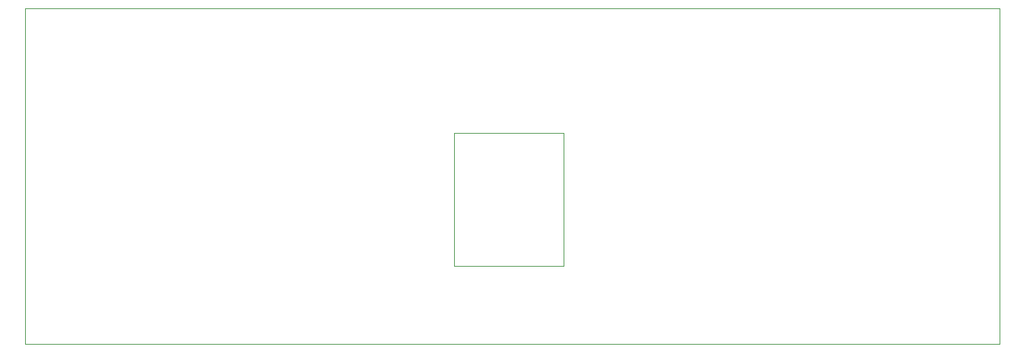
<source format=gbr>
%TF.GenerationSoftware,KiCad,Pcbnew,(5.1.6)-1*%
%TF.CreationDate,2022-01-06T13:40:46-06:00*%
%TF.ProjectId,Pikatea XL Macropad,50696b61-7465-4612-9058-4c204d616372,rev?*%
%TF.SameCoordinates,Original*%
%TF.FileFunction,Profile,NP*%
%FSLAX46Y46*%
G04 Gerber Fmt 4.6, Leading zero omitted, Abs format (unit mm)*
G04 Created by KiCad (PCBNEW (5.1.6)-1) date 2022-01-06 13:40:46*
%MOMM*%
%LPD*%
G01*
G04 APERTURE LIST*
%TA.AperFunction,Profile*%
%ADD10C,0.100000*%
%TD*%
G04 APERTURE END LIST*
D10*
X206600000Y-75400000D02*
X88300000Y-75400000D01*
X206600000Y-116200000D02*
X206600000Y-75400000D01*
X88300000Y-116200000D02*
X206600000Y-116200000D01*
X88300000Y-75400000D02*
X88300000Y-116200000D01*
X153732700Y-90505500D02*
X153732700Y-106655500D01*
X140382700Y-90505500D02*
X153732700Y-90505500D01*
X140382700Y-106655500D02*
X140382700Y-90505500D01*
X153732700Y-106655500D02*
X140382700Y-106655500D01*
M02*

</source>
